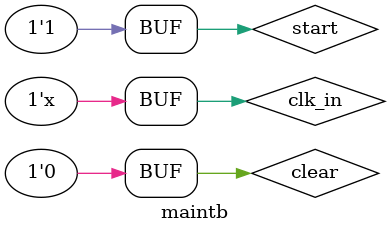
<source format=v>
`timescale 1ns / 1ps


module maintb();

	reg clk_in, clear, start;
    wire [7:0] an, low;
    wire clkout;
    wire Bon;

        
	main test(clk_in, clear, start,
    an, low, clkout,
    Bon
    );
    

    initial begin
    	clk_in = 0;
    	clear = 0;
    	start = 0;
    	 #5 clear = 1;
    	 #5 clear = 0;
    	#5 start = 1;
    end
    always #1 clk_in = ~clk_in;
endmodule

</source>
